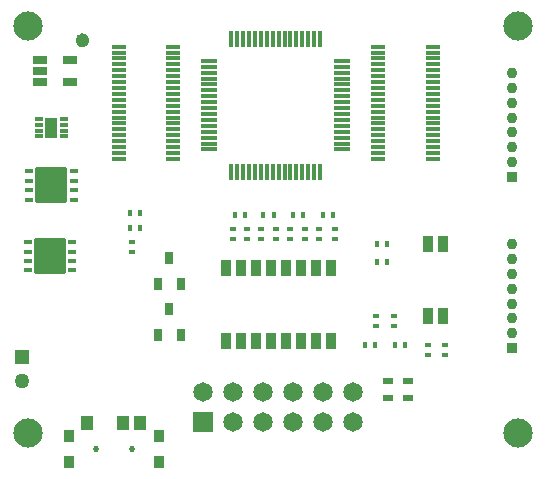
<source format=gts>
G04*
G04 #@! TF.GenerationSoftware,Altium Limited,Altium Designer,24.6.1 (21)*
G04*
G04 Layer_Color=8388736*
%FSLAX25Y25*%
%MOIN*%
G70*
G04*
G04 #@! TF.SameCoordinates,31F84527-45D4-4773-AF7A-2B1276F50D28*
G04*
G04*
G04 #@! TF.FilePolarity,Negative*
G04*
G01*
G75*
%ADD20R,0.01378X0.02165*%
%ADD21R,0.02165X0.01378*%
%ADD24R,0.03543X0.02165*%
%ADD33C,0.02400*%
%ADD34R,0.05024X0.01481*%
%ADD35C,0.01087*%
G04:AMPARAMS|DCode=36|XSize=14.81mil|YSize=52.21mil|CornerRadius=3.45mil|HoleSize=0mil|Usage=FLASHONLY|Rotation=180.000|XOffset=0mil|YOffset=0mil|HoleType=Round|Shape=RoundedRectangle|*
%AMROUNDEDRECTD36*
21,1,0.01481,0.04532,0,0,180.0*
21,1,0.00791,0.05221,0,0,180.0*
1,1,0.00690,-0.00396,0.02266*
1,1,0.00690,0.00396,0.02266*
1,1,0.00690,0.00396,-0.02266*
1,1,0.00690,-0.00396,-0.02266*
%
%ADD36ROUNDEDRECTD36*%
G04:AMPARAMS|DCode=37|XSize=14.81mil|YSize=52.21mil|CornerRadius=3.45mil|HoleSize=0mil|Usage=FLASHONLY|Rotation=90.000|XOffset=0mil|YOffset=0mil|HoleType=Round|Shape=RoundedRectangle|*
%AMROUNDEDRECTD37*
21,1,0.01481,0.04532,0,0,90.0*
21,1,0.00791,0.05221,0,0,90.0*
1,1,0.00690,0.02266,0.00396*
1,1,0.00690,0.02266,-0.00396*
1,1,0.00690,-0.02266,-0.00396*
1,1,0.00690,-0.02266,0.00396*
%
%ADD37ROUNDEDRECTD37*%
%ADD38R,0.03056X0.01481*%
%ADD39R,0.05024X0.02662*%
G04:AMPARAMS|DCode=40|XSize=14.81mil|YSize=26.62mil|CornerRadius=3.45mil|HoleSize=0mil|Usage=FLASHONLY|Rotation=90.000|XOffset=0mil|YOffset=0mil|HoleType=Round|Shape=RoundedRectangle|*
%AMROUNDEDRECTD40*
21,1,0.01481,0.01972,0,0,90.0*
21,1,0.00791,0.02662,0,0,90.0*
1,1,0.00690,0.00986,0.00396*
1,1,0.00690,0.00986,-0.00396*
1,1,0.00690,-0.00986,-0.00396*
1,1,0.00690,-0.00986,0.00396*
%
%ADD40ROUNDEDRECTD40*%
%ADD41R,0.03292X0.05221*%
%ADD42R,0.03843X0.05024*%
%ADD43R,0.03450X0.03843*%
%ADD44R,0.02662X0.04434*%
%ADD45R,0.04237X0.06993*%
G04:AMPARAMS|DCode=46|XSize=121.11mil|YSize=105.36mil|CornerRadius=3.55mil|HoleSize=0mil|Usage=FLASHONLY|Rotation=90.000|XOffset=0mil|YOffset=0mil|HoleType=Round|Shape=RoundedRectangle|*
%AMROUNDEDRECTD46*
21,1,0.12111,0.09827,0,0,90.0*
21,1,0.11402,0.10536,0,0,90.0*
1,1,0.00709,0.04913,0.05701*
1,1,0.00709,0.04913,-0.05701*
1,1,0.00709,-0.04913,-0.05701*
1,1,0.00709,-0.04913,0.05701*
%
%ADD46ROUNDEDRECTD46*%
%ADD47R,0.03647X0.03647*%
%ADD48C,0.03647*%
%ADD49C,0.09749*%
%ADD50R,0.05024X0.05024*%
%ADD51C,0.05024*%
%ADD52C,0.02072*%
%ADD53R,0.06500X0.06500*%
%ADD54C,0.06500*%
D20*
X166654Y151575D02*
D03*
X163268D02*
D03*
X102480Y147244D02*
D03*
X99094D02*
D03*
Y152362D02*
D03*
X102480D02*
D03*
X184764Y135827D02*
D03*
X190669Y108268D02*
D03*
X181378Y141732D02*
D03*
X177441Y108268D02*
D03*
X187284D02*
D03*
X180827D02*
D03*
X184764Y141732D02*
D03*
X181378Y135827D02*
D03*
X134134Y151575D02*
D03*
X137520D02*
D03*
X143583D02*
D03*
X146968D02*
D03*
X153425D02*
D03*
X156811D02*
D03*
D21*
X99606Y139252D02*
D03*
Y142638D02*
D03*
X181102Y114449D02*
D03*
X187008D02*
D03*
X198425Y105000D02*
D03*
Y108386D02*
D03*
X203937Y105000D02*
D03*
Y108386D02*
D03*
X187008Y117835D02*
D03*
X181102D02*
D03*
X162205Y143583D02*
D03*
Y146968D02*
D03*
X133465Y143583D02*
D03*
Y146968D02*
D03*
X167323Y143583D02*
D03*
Y146968D02*
D03*
X147638Y143583D02*
D03*
Y146968D02*
D03*
X157480Y143583D02*
D03*
Y146968D02*
D03*
X152362Y143583D02*
D03*
Y146968D02*
D03*
X142913Y143583D02*
D03*
Y146968D02*
D03*
X138189Y143583D02*
D03*
Y146968D02*
D03*
D24*
X191732Y96181D02*
D03*
X185039D02*
D03*
X191732Y90433D02*
D03*
X185039D02*
D03*
D33*
X84368Y209905D02*
G03*
X84368Y209905I-1100J0D01*
G01*
Y209685D02*
G03*
X84368Y209685I-1100J0D01*
G01*
D34*
X181890Y170276D02*
D03*
X200000D02*
D03*
X181890Y172244D02*
D03*
X200000D02*
D03*
X181890Y174213D02*
D03*
X200000D02*
D03*
X181890Y176181D02*
D03*
X200000D02*
D03*
X181890Y178150D02*
D03*
X200000D02*
D03*
X181890Y180118D02*
D03*
X200000D02*
D03*
X181890Y182087D02*
D03*
X200000D02*
D03*
X181890Y184055D02*
D03*
X200000D02*
D03*
X181890Y186024D02*
D03*
X200000D02*
D03*
X181890Y187992D02*
D03*
X200000D02*
D03*
X181890Y189961D02*
D03*
X200000D02*
D03*
X181890Y191929D02*
D03*
X200000D02*
D03*
X181890Y193898D02*
D03*
X200000D02*
D03*
X181890Y195866D02*
D03*
X200000D02*
D03*
X181890Y197835D02*
D03*
X200000D02*
D03*
X181890Y199803D02*
D03*
X200000D02*
D03*
X181890Y201772D02*
D03*
X200000D02*
D03*
X181890Y203740D02*
D03*
X200000D02*
D03*
X181890Y205709D02*
D03*
X200000D02*
D03*
X181890Y207677D02*
D03*
X200000D02*
D03*
X113386D02*
D03*
X95276D02*
D03*
X113386Y205709D02*
D03*
X95276D02*
D03*
X113386Y203740D02*
D03*
X95276D02*
D03*
X113386Y201772D02*
D03*
X95276D02*
D03*
X113386Y199803D02*
D03*
X95276D02*
D03*
X113386Y197835D02*
D03*
X95276D02*
D03*
X113386Y195866D02*
D03*
X95276D02*
D03*
X113386Y193898D02*
D03*
X95276D02*
D03*
X113386Y191929D02*
D03*
X95276D02*
D03*
X113386Y189961D02*
D03*
X95276D02*
D03*
X113386Y187992D02*
D03*
X95276D02*
D03*
X113386Y186024D02*
D03*
X95276D02*
D03*
X113386Y184055D02*
D03*
X95276D02*
D03*
X113386Y182087D02*
D03*
X95276D02*
D03*
X113386Y180118D02*
D03*
X95276D02*
D03*
X113386Y178150D02*
D03*
X95276D02*
D03*
X113386Y176181D02*
D03*
X95276D02*
D03*
X113386Y174213D02*
D03*
X95276D02*
D03*
X113386Y172244D02*
D03*
X95276D02*
D03*
X113386Y170276D02*
D03*
X95276D02*
D03*
D35*
X83268Y211125D02*
D03*
Y208465D02*
D03*
D36*
X148622Y166043D02*
D03*
X150591D02*
D03*
X152559D02*
D03*
X154528D02*
D03*
X156496D02*
D03*
X158465D02*
D03*
X160433D02*
D03*
X162402D02*
D03*
Y210335D02*
D03*
X160433D02*
D03*
X158465D02*
D03*
X156496D02*
D03*
X152559D02*
D03*
X150591D02*
D03*
X148622D02*
D03*
X146653D02*
D03*
X142717D02*
D03*
X134843D02*
D03*
X132874D02*
D03*
X136811D02*
D03*
X138779D02*
D03*
X140748D02*
D03*
X144685D02*
D03*
X154528D02*
D03*
X146653Y166043D02*
D03*
X144685D02*
D03*
X142717D02*
D03*
X140748D02*
D03*
X138779D02*
D03*
X136811D02*
D03*
X134843D02*
D03*
X132874D02*
D03*
D37*
X169783Y177362D02*
D03*
Y179331D02*
D03*
Y181299D02*
D03*
Y183268D02*
D03*
Y185236D02*
D03*
Y189173D02*
D03*
Y202953D02*
D03*
X125492D02*
D03*
Y200984D02*
D03*
Y199016D02*
D03*
Y195079D02*
D03*
Y193110D02*
D03*
Y189173D02*
D03*
Y187205D02*
D03*
Y185236D02*
D03*
Y183268D02*
D03*
Y179331D02*
D03*
Y175394D02*
D03*
X169783Y187205D02*
D03*
Y195079D02*
D03*
Y199016D02*
D03*
X125492Y191142D02*
D03*
X169783D02*
D03*
X125492Y173425D02*
D03*
Y177362D02*
D03*
Y181299D02*
D03*
Y197047D02*
D03*
X169783Y200984D02*
D03*
Y197047D02*
D03*
Y193110D02*
D03*
Y175394D02*
D03*
Y173425D02*
D03*
D38*
X68701Y179724D02*
D03*
Y181693D02*
D03*
X76968Y183661D02*
D03*
Y181693D02*
D03*
Y179724D02*
D03*
Y177756D02*
D03*
X68701D02*
D03*
Y183661D02*
D03*
D39*
X78937Y203346D02*
D03*
X69095D02*
D03*
Y199606D02*
D03*
Y195866D02*
D03*
X78937D02*
D03*
D40*
X80315Y162992D02*
D03*
X65354Y159843D02*
D03*
X79921Y139370D02*
D03*
X64961Y136221D02*
D03*
X65354Y166142D02*
D03*
Y162992D02*
D03*
Y156693D02*
D03*
X80315Y166142D02*
D03*
Y159843D02*
D03*
Y156693D02*
D03*
X64961Y142520D02*
D03*
Y139370D02*
D03*
Y133071D02*
D03*
X79921Y142520D02*
D03*
Y136221D02*
D03*
Y133071D02*
D03*
D41*
X198287Y117815D02*
D03*
X203287D02*
D03*
X198287Y142028D02*
D03*
X203287D02*
D03*
X130925Y109547D02*
D03*
Y133760D02*
D03*
X135925Y109547D02*
D03*
Y133760D02*
D03*
X140925Y109547D02*
D03*
Y133760D02*
D03*
X145925Y109547D02*
D03*
Y133760D02*
D03*
X150925Y109547D02*
D03*
Y133760D02*
D03*
X155925Y109547D02*
D03*
Y133760D02*
D03*
X160925Y109547D02*
D03*
Y133760D02*
D03*
X165925Y109547D02*
D03*
Y133760D02*
D03*
D42*
X96653Y82087D02*
D03*
X84842D02*
D03*
X102559D02*
D03*
D43*
X78740Y69291D02*
D03*
X108661D02*
D03*
Y77953D02*
D03*
X78740D02*
D03*
D44*
X112205Y120079D02*
D03*
X115945Y111417D02*
D03*
X108465D02*
D03*
X112205Y137205D02*
D03*
X115945Y128543D02*
D03*
X108465D02*
D03*
D45*
X72835Y180709D02*
D03*
D46*
X72835Y161417D02*
D03*
X72441Y137795D02*
D03*
D47*
X226378Y164370D02*
D03*
Y107283D02*
D03*
D48*
Y169291D02*
D03*
Y174213D02*
D03*
Y179134D02*
D03*
Y184055D02*
D03*
Y188976D02*
D03*
Y193898D02*
D03*
Y198819D02*
D03*
Y141732D02*
D03*
Y136811D02*
D03*
Y131890D02*
D03*
Y126969D02*
D03*
Y122047D02*
D03*
Y117126D02*
D03*
Y112205D02*
D03*
D49*
X228346Y214567D02*
D03*
X64961Y78740D02*
D03*
Y214567D02*
D03*
X228346Y78740D02*
D03*
D50*
X62992Y104232D02*
D03*
D51*
Y96358D02*
D03*
D52*
X99606Y73622D02*
D03*
X87795D02*
D03*
D53*
X123425Y82598D02*
D03*
D54*
X133425D02*
D03*
X143425D02*
D03*
X153426D02*
D03*
X163426D02*
D03*
X173426D02*
D03*
X123425Y92599D02*
D03*
X133425D02*
D03*
X143425D02*
D03*
X153426D02*
D03*
X163426D02*
D03*
X173426D02*
D03*
M02*

</source>
